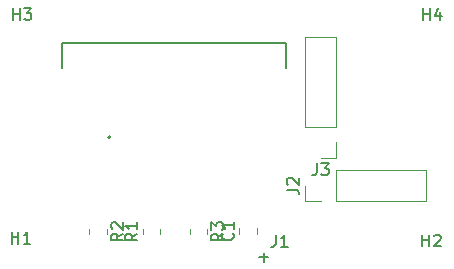
<source format=gbr>
%TF.GenerationSoftware,KiCad,Pcbnew,(5.99.0-11414-g76a6177eb7)*%
%TF.CreationDate,2021-11-21T23:19:34+08:00*%
%TF.ProjectId,trackpoint,74726163-6b70-46f6-996e-742e6b696361,rev?*%
%TF.SameCoordinates,Original*%
%TF.FileFunction,Legend,Top*%
%TF.FilePolarity,Positive*%
%FSLAX46Y46*%
G04 Gerber Fmt 4.6, Leading zero omitted, Abs format (unit mm)*
G04 Created by KiCad (PCBNEW (5.99.0-11414-g76a6177eb7)) date 2021-11-21 23:19:34*
%MOMM*%
%LPD*%
G01*
G04 APERTURE LIST*
%ADD10C,0.150000*%
%ADD11C,0.120000*%
%ADD12C,0.200000*%
G04 APERTURE END LIST*
D10*
X120069047Y-87821428D02*
X120830952Y-87821428D01*
X120450000Y-88202380D02*
X120450000Y-87440476D01*
%TO.C,R3*%
X117022380Y-85816666D02*
X116546190Y-86150000D01*
X117022380Y-86388095D02*
X116022380Y-86388095D01*
X116022380Y-86007142D01*
X116070000Y-85911904D01*
X116117619Y-85864285D01*
X116212857Y-85816666D01*
X116355714Y-85816666D01*
X116450952Y-85864285D01*
X116498571Y-85911904D01*
X116546190Y-86007142D01*
X116546190Y-86388095D01*
X116022380Y-85483333D02*
X116022380Y-84864285D01*
X116403333Y-85197619D01*
X116403333Y-85054761D01*
X116450952Y-84959523D01*
X116498571Y-84911904D01*
X116593809Y-84864285D01*
X116831904Y-84864285D01*
X116927142Y-84911904D01*
X116974761Y-84959523D01*
X117022380Y-85054761D01*
X117022380Y-85340476D01*
X116974761Y-85435714D01*
X116927142Y-85483333D01*
%TO.C,R2*%
X108532380Y-85816666D02*
X108056190Y-86150000D01*
X108532380Y-86388095D02*
X107532380Y-86388095D01*
X107532380Y-86007142D01*
X107580000Y-85911904D01*
X107627619Y-85864285D01*
X107722857Y-85816666D01*
X107865714Y-85816666D01*
X107960952Y-85864285D01*
X108008571Y-85911904D01*
X108056190Y-86007142D01*
X108056190Y-86388095D01*
X107627619Y-85435714D02*
X107580000Y-85388095D01*
X107532380Y-85292857D01*
X107532380Y-85054761D01*
X107580000Y-84959523D01*
X107627619Y-84911904D01*
X107722857Y-84864285D01*
X107818095Y-84864285D01*
X107960952Y-84911904D01*
X108532380Y-85483333D01*
X108532380Y-84864285D01*
%TO.C,R1*%
X109732380Y-85816666D02*
X109256190Y-86150000D01*
X109732380Y-86388095D02*
X108732380Y-86388095D01*
X108732380Y-86007142D01*
X108780000Y-85911904D01*
X108827619Y-85864285D01*
X108922857Y-85816666D01*
X109065714Y-85816666D01*
X109160952Y-85864285D01*
X109208571Y-85911904D01*
X109256190Y-86007142D01*
X109256190Y-86388095D01*
X109732380Y-84864285D02*
X109732380Y-85435714D01*
X109732380Y-85150000D02*
X108732380Y-85150000D01*
X108875238Y-85245238D01*
X108970476Y-85340476D01*
X109018095Y-85435714D01*
%TO.C,C1*%
X117807142Y-85786666D02*
X117854761Y-85834285D01*
X117902380Y-85977142D01*
X117902380Y-86072380D01*
X117854761Y-86215238D01*
X117759523Y-86310476D01*
X117664285Y-86358095D01*
X117473809Y-86405714D01*
X117330952Y-86405714D01*
X117140476Y-86358095D01*
X117045238Y-86310476D01*
X116950000Y-86215238D01*
X116902380Y-86072380D01*
X116902380Y-85977142D01*
X116950000Y-85834285D01*
X116997619Y-85786666D01*
X117902380Y-84834285D02*
X117902380Y-85405714D01*
X117902380Y-85120000D02*
X116902380Y-85120000D01*
X117045238Y-85215238D01*
X117140476Y-85310476D01*
X117188095Y-85405714D01*
%TO.C,J3*%
X124936666Y-79882380D02*
X124936666Y-80596666D01*
X124889047Y-80739523D01*
X124793809Y-80834761D01*
X124650952Y-80882380D01*
X124555714Y-80882380D01*
X125317619Y-79882380D02*
X125936666Y-79882380D01*
X125603333Y-80263333D01*
X125746190Y-80263333D01*
X125841428Y-80310952D01*
X125889047Y-80358571D01*
X125936666Y-80453809D01*
X125936666Y-80691904D01*
X125889047Y-80787142D01*
X125841428Y-80834761D01*
X125746190Y-80882380D01*
X125460476Y-80882380D01*
X125365238Y-80834761D01*
X125317619Y-80787142D01*
%TO.C,H4*%
X133928095Y-67732380D02*
X133928095Y-66732380D01*
X133928095Y-67208571D02*
X134499523Y-67208571D01*
X134499523Y-67732380D02*
X134499523Y-66732380D01*
X135404285Y-67065714D02*
X135404285Y-67732380D01*
X135166190Y-66684761D02*
X134928095Y-67399047D01*
X135547142Y-67399047D01*
%TO.C,H3*%
X99198095Y-67732380D02*
X99198095Y-66732380D01*
X99198095Y-67208571D02*
X99769523Y-67208571D01*
X99769523Y-67732380D02*
X99769523Y-66732380D01*
X100150476Y-66732380D02*
X100769523Y-66732380D01*
X100436190Y-67113333D01*
X100579047Y-67113333D01*
X100674285Y-67160952D01*
X100721904Y-67208571D01*
X100769523Y-67303809D01*
X100769523Y-67541904D01*
X100721904Y-67637142D01*
X100674285Y-67684761D01*
X100579047Y-67732380D01*
X100293333Y-67732380D01*
X100198095Y-67684761D01*
X100150476Y-67637142D01*
%TO.C,H2*%
X133888095Y-86912380D02*
X133888095Y-85912380D01*
X133888095Y-86388571D02*
X134459523Y-86388571D01*
X134459523Y-86912380D02*
X134459523Y-85912380D01*
X134888095Y-86007619D02*
X134935714Y-85960000D01*
X135030952Y-85912380D01*
X135269047Y-85912380D01*
X135364285Y-85960000D01*
X135411904Y-86007619D01*
X135459523Y-86102857D01*
X135459523Y-86198095D01*
X135411904Y-86340952D01*
X134840476Y-86912380D01*
X135459523Y-86912380D01*
%TO.C,H1*%
X99108095Y-86662380D02*
X99108095Y-85662380D01*
X99108095Y-86138571D02*
X99679523Y-86138571D01*
X99679523Y-86662380D02*
X99679523Y-85662380D01*
X100679523Y-86662380D02*
X100108095Y-86662380D01*
X100393809Y-86662380D02*
X100393809Y-85662380D01*
X100298571Y-85805238D01*
X100203333Y-85900476D01*
X100108095Y-85948095D01*
%TO.C,J1*%
X121481666Y-85947380D02*
X121481666Y-86661666D01*
X121434047Y-86804523D01*
X121338809Y-86899761D01*
X121195952Y-86947380D01*
X121100714Y-86947380D01*
X122481666Y-86947380D02*
X121910238Y-86947380D01*
X122195952Y-86947380D02*
X122195952Y-85947380D01*
X122100714Y-86090238D01*
X122005476Y-86185476D01*
X121910238Y-86233095D01*
%TO.C,J2*%
X122392380Y-82103333D02*
X123106666Y-82103333D01*
X123249523Y-82150952D01*
X123344761Y-82246190D01*
X123392380Y-82389047D01*
X123392380Y-82484285D01*
X122487619Y-81674761D02*
X122440000Y-81627142D01*
X122392380Y-81531904D01*
X122392380Y-81293809D01*
X122440000Y-81198571D01*
X122487619Y-81150952D01*
X122582857Y-81103333D01*
X122678095Y-81103333D01*
X122820952Y-81150952D01*
X123392380Y-81722380D01*
X123392380Y-81103333D01*
D11*
%TO.C,R3*%
X115655000Y-85422936D02*
X115655000Y-85877064D01*
X114185000Y-85422936D02*
X114185000Y-85877064D01*
%TO.C,R2*%
X107165000Y-85422936D02*
X107165000Y-85877064D01*
X105695000Y-85422936D02*
X105695000Y-85877064D01*
%TO.C,R1*%
X110195000Y-85877064D02*
X110195000Y-85422936D01*
X111665000Y-85877064D02*
X111665000Y-85422936D01*
%TO.C,C1*%
X118395000Y-85881252D02*
X118395000Y-85358748D01*
X119865000Y-85881252D02*
X119865000Y-85358748D01*
%TO.C,J3*%
X126600000Y-69150000D02*
X123940000Y-69150000D01*
X126600000Y-76830000D02*
X126600000Y-69150000D01*
X123940000Y-76830000D02*
X123940000Y-69150000D01*
X126600000Y-76830000D02*
X123940000Y-76830000D01*
X126600000Y-78100000D02*
X126600000Y-79430000D01*
X126600000Y-79430000D02*
X125270000Y-79430000D01*
D12*
%TO.C,J1*%
X107470000Y-77670000D02*
G75*
G03*
X107470000Y-77670000I-100000J0D01*
G01*
X122370000Y-71820000D02*
X122370000Y-69670000D01*
X103370000Y-69670000D02*
X103370000Y-71820000D01*
X122370000Y-69670000D02*
X103370000Y-69670000D01*
D11*
%TO.C,J2*%
X134220000Y-83100000D02*
X134220000Y-80440000D01*
X126540000Y-80440000D02*
X134220000Y-80440000D01*
X125270000Y-83100000D02*
X123940000Y-83100000D01*
X123940000Y-83100000D02*
X123940000Y-81770000D01*
X126540000Y-83100000D02*
X134220000Y-83100000D01*
X126540000Y-83100000D02*
X126540000Y-80440000D01*
%TD*%
M02*

</source>
